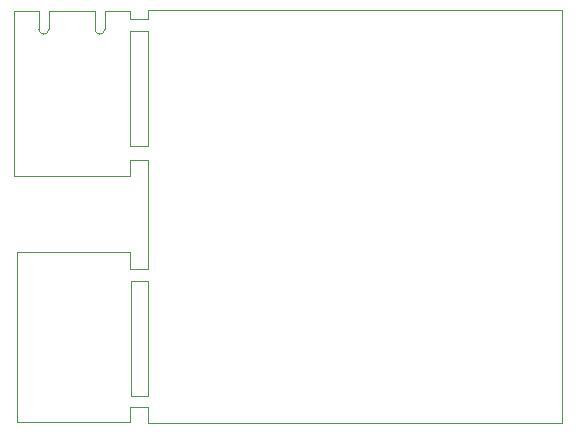
<source format=gbr>
%TF.GenerationSoftware,KiCad,Pcbnew,9.0.0*%
%TF.CreationDate,2025-05-13T10:19:15-05:00*%
%TF.ProjectId,Refraction Cell Circuit,52656672-6163-4746-996f-6e2043656c6c,rev?*%
%TF.SameCoordinates,Original*%
%TF.FileFunction,Profile,NP*%
%FSLAX46Y46*%
G04 Gerber Fmt 4.6, Leading zero omitted, Abs format (unit mm)*
G04 Created by KiCad (PCBNEW 9.0.0) date 2025-05-13 10:19:15*
%MOMM*%
%LPD*%
G01*
G04 APERTURE LIST*
%TA.AperFunction,Profile*%
%ADD10C,0.050000*%
%TD*%
%TA.AperFunction,Profile*%
%ADD11C,0.100000*%
%TD*%
G04 APERTURE END LIST*
D10*
X134225000Y-96550000D02*
X135780000Y-96550000D01*
X135780000Y-86750000D02*
X135780000Y-96550000D01*
X134230000Y-86750000D02*
X134225000Y-96550000D01*
X135200000Y-97675000D02*
X134190000Y-97675000D01*
X135775000Y-97675000D02*
X135200000Y-97675000D01*
X134190000Y-97675000D02*
X134191252Y-99110000D01*
X134216252Y-85060000D02*
X133053750Y-85060000D01*
X135780000Y-86750000D02*
X134230000Y-86750000D01*
X134216252Y-85790000D02*
X135785000Y-85790000D01*
X135785000Y-85660000D02*
X135785000Y-85790000D01*
X135785000Y-85010000D02*
X135785000Y-85660000D01*
X134216252Y-85060000D02*
X134216252Y-85790000D01*
X134270000Y-117330000D02*
X134269818Y-117680000D01*
X135785000Y-117680000D02*
X134270000Y-117680000D01*
X135785000Y-117330000D02*
X135785000Y-117680000D01*
X135785000Y-107950000D02*
X135785000Y-117330000D01*
X134274876Y-107949696D02*
X134270000Y-117330000D01*
X134260000Y-118620000D02*
X135785000Y-118610000D01*
X134260000Y-119910000D02*
X124660000Y-119910000D01*
X135785000Y-118610000D02*
X135785000Y-120010000D01*
X134260000Y-119910000D02*
X134260000Y-118620000D01*
X134274876Y-107949696D02*
X135785000Y-107950000D01*
X134260000Y-106950000D02*
X135785000Y-106950000D01*
X135775000Y-97675000D02*
X135785000Y-106950000D01*
X134260000Y-105510000D02*
X134260000Y-106950000D01*
X124403752Y-99110000D02*
X124403752Y-86385000D01*
X124403752Y-85060000D02*
X124403752Y-86385000D01*
X135785000Y-85010000D02*
X170785000Y-85010000D01*
X170785000Y-120010000D02*
X135785000Y-120010000D01*
X134191252Y-99110000D02*
X124403752Y-99110000D01*
X134260000Y-105510000D02*
X124660000Y-105510000D01*
X125553750Y-85060000D02*
X124403752Y-85060000D01*
X124660000Y-119910000D02*
X124660000Y-105510000D01*
X170785000Y-85010000D02*
X170785000Y-120010000D01*
D11*
%TO.C,REF\u002A\u002A*%
X126503750Y-85060000D02*
X125553750Y-85060000D01*
X126503750Y-86635000D02*
X126503750Y-85060000D01*
X127353750Y-86635000D02*
X127353750Y-85060000D01*
X131253750Y-85060000D02*
X127353750Y-85060000D01*
X131253750Y-86635000D02*
X131253750Y-85060000D01*
X132103750Y-86635000D02*
X132103750Y-85060000D01*
X133053750Y-85060000D02*
X132103750Y-85060000D01*
X127353750Y-86635000D02*
G75*
G02*
X126503750Y-86635000I-425000J0D01*
G01*
X132103750Y-86635000D02*
G75*
G02*
X131253750Y-86635000I-425000J0D01*
G01*
%TD*%
M02*

</source>
